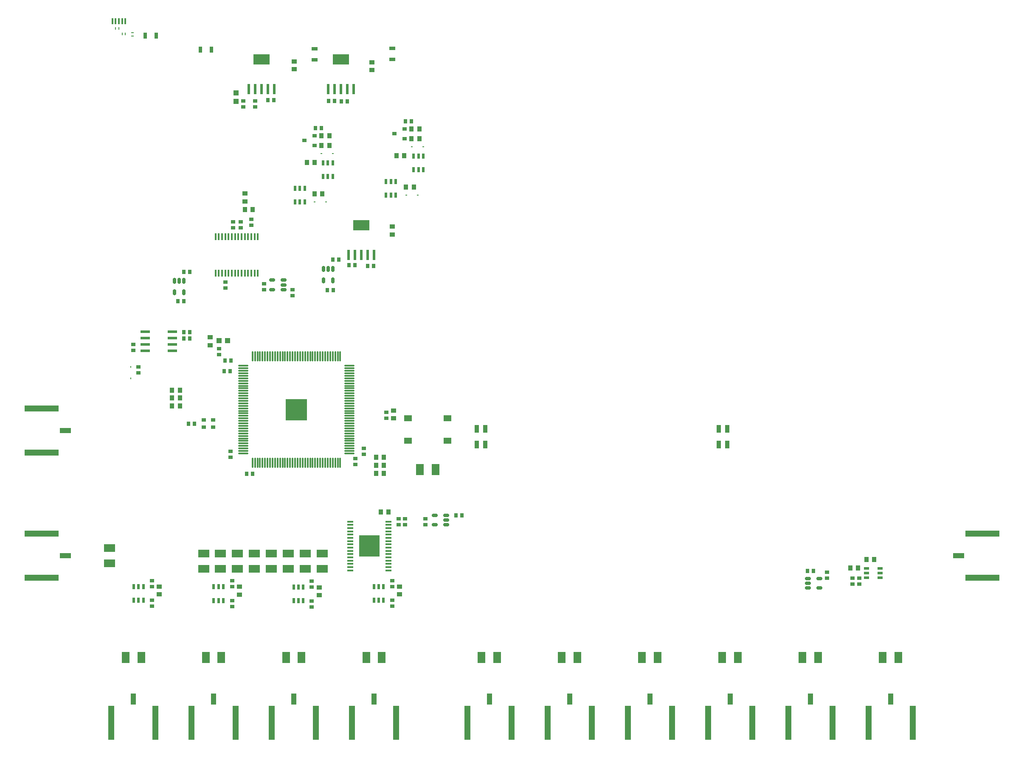
<source format=gtp>
G04 Layer_Color=8421504*
%FSTAX44Y44*%
%MOMM*%
G71*
G01*
G75*
%ADD10O,0.3000X2.1000*%
%ADD11O,2.1000X0.3000*%
%ADD12R,4.3000X4.3000*%
%ADD13R,0.4500X1.3000*%
%ADD14R,1.1860X6.8460*%
%ADD15R,1.1000X2.3000*%
%ADD16R,6.8460X1.1860*%
%ADD17R,2.3000X1.1000*%
%ADD18R,2.2000X1.5000*%
%ADD19R,1.5000X2.2000*%
%ADD22R,0.9144X0.7112*%
%ADD23R,0.6000X1.0500*%
%ADD25R,0.6000X2.1000*%
%ADD26R,3.2000X2.1000*%
%ADD27R,0.9000X1.5000*%
%ADD28R,1.0500X0.6000*%
%ADD29R,1.5500X1.3000*%
%ADD30R,1.0000X1.1000*%
%ADD31R,1.1000X1.0000*%
%ADD33R,0.9000X0.8000*%
%ADD35R,0.7112X0.9144*%
%ADD36R,0.5200X0.2800*%
%ADD37R,0.2800X0.5200*%
%ADD39R,0.9000X0.8000*%
%ADD40R,1.0000X0.9500*%
%ADD41R,0.9500X1.0000*%
%ADD42R,1.9050X0.6096*%
G04:AMPARAMS|DCode=43|XSize=1.2mm|YSize=0.6mm|CornerRadius=0.15mm|HoleSize=0mm|Usage=FLASHONLY|Rotation=0.000|XOffset=0mm|YOffset=0mm|HoleType=Round|Shape=RoundedRectangle|*
%AMROUNDEDRECTD43*
21,1,1.2000,0.3000,0,0,0.0*
21,1,0.9000,0.6000,0,0,0.0*
1,1,0.3000,0.4500,-0.1500*
1,1,0.3000,-0.4500,-0.1500*
1,1,0.3000,-0.4500,0.1500*
1,1,0.3000,0.4500,0.1500*
%
%ADD43ROUNDEDRECTD43*%
G04:AMPARAMS|DCode=44|XSize=1.2mm|YSize=0.6mm|CornerRadius=0.15mm|HoleSize=0mm|Usage=FLASHONLY|Rotation=270.000|XOffset=0mm|YOffset=0mm|HoleType=Round|Shape=RoundedRectangle|*
%AMROUNDEDRECTD44*
21,1,1.2000,0.3000,0,0,270.0*
21,1,0.9000,0.6000,0,0,270.0*
1,1,0.3000,-0.1500,-0.4500*
1,1,0.3000,-0.1500,0.4500*
1,1,0.3000,0.1500,0.4500*
1,1,0.3000,0.1500,-0.4500*
%
%ADD44ROUNDEDRECTD44*%
%ADD45R,0.3480X1.3970*%
%ADD46R,4.1100X4.3600*%
%ADD47R,1.2700X0.3048*%
%ADD86R,1.2000X0.7000*%
%ADD87R,0.7000X1.2000*%
%ADD88R,0.4000X0.2500*%
%ADD89R,0.2500X0.4000*%
D10*
X007115Y01022D02*
D03*
X007165D02*
D03*
X007215D02*
D03*
X007265D02*
D03*
X007315D02*
D03*
X007365D02*
D03*
X007415D02*
D03*
X007465D02*
D03*
X007515D02*
D03*
X007565D02*
D03*
X007615D02*
D03*
X007665D02*
D03*
X007715D02*
D03*
X007765D02*
D03*
X007815D02*
D03*
X007865D02*
D03*
X007915D02*
D03*
X007965D02*
D03*
X008015D02*
D03*
X008065D02*
D03*
X008115D02*
D03*
X008165D02*
D03*
X008215D02*
D03*
X008265D02*
D03*
X008315D02*
D03*
X008365D02*
D03*
X008415D02*
D03*
X008465D02*
D03*
X008515D02*
D03*
X008565D02*
D03*
X008615D02*
D03*
X008665D02*
D03*
X008715D02*
D03*
X008765D02*
D03*
X008815D02*
D03*
X008865D02*
D03*
Y0081D02*
D03*
X008815D02*
D03*
X008765D02*
D03*
X008715D02*
D03*
X008665D02*
D03*
X008615D02*
D03*
X008565D02*
D03*
X008515D02*
D03*
X008465D02*
D03*
X008415D02*
D03*
X008365D02*
D03*
X008315D02*
D03*
X008265D02*
D03*
X008215D02*
D03*
X008165D02*
D03*
X008115D02*
D03*
X008065D02*
D03*
X008015D02*
D03*
X007965D02*
D03*
X007915D02*
D03*
X007865D02*
D03*
X007815D02*
D03*
X007765D02*
D03*
X007715D02*
D03*
X007665D02*
D03*
X007615D02*
D03*
X007565D02*
D03*
X007515D02*
D03*
X007465D02*
D03*
X007415D02*
D03*
X007365D02*
D03*
X007315D02*
D03*
X007265D02*
D03*
X007215D02*
D03*
X007165D02*
D03*
X007115D02*
D03*
D11*
X00905Y010035D02*
D03*
Y009985D02*
D03*
Y009935D02*
D03*
Y009885D02*
D03*
Y009835D02*
D03*
Y009785D02*
D03*
Y009735D02*
D03*
Y009685D02*
D03*
Y009635D02*
D03*
Y009585D02*
D03*
Y009535D02*
D03*
Y009485D02*
D03*
Y009435D02*
D03*
Y009385D02*
D03*
Y009335D02*
D03*
Y009285D02*
D03*
Y009235D02*
D03*
Y009185D02*
D03*
Y009135D02*
D03*
Y009085D02*
D03*
Y009035D02*
D03*
Y008985D02*
D03*
Y008935D02*
D03*
Y008885D02*
D03*
Y008835D02*
D03*
Y008785D02*
D03*
Y008735D02*
D03*
Y008685D02*
D03*
Y008635D02*
D03*
Y008585D02*
D03*
Y008535D02*
D03*
Y008485D02*
D03*
Y008435D02*
D03*
Y008385D02*
D03*
Y008335D02*
D03*
Y008285D02*
D03*
X00693D02*
D03*
Y008335D02*
D03*
Y008385D02*
D03*
Y008435D02*
D03*
Y008485D02*
D03*
Y008535D02*
D03*
Y008585D02*
D03*
Y008635D02*
D03*
Y008685D02*
D03*
Y008735D02*
D03*
Y008785D02*
D03*
Y008835D02*
D03*
Y008885D02*
D03*
Y008935D02*
D03*
Y008985D02*
D03*
Y009035D02*
D03*
Y009085D02*
D03*
Y009135D02*
D03*
Y009185D02*
D03*
Y009235D02*
D03*
Y009285D02*
D03*
Y009335D02*
D03*
Y009385D02*
D03*
Y009435D02*
D03*
Y009485D02*
D03*
Y009535D02*
D03*
Y009585D02*
D03*
Y009635D02*
D03*
Y009685D02*
D03*
Y009735D02*
D03*
Y009785D02*
D03*
Y009835D02*
D03*
Y009885D02*
D03*
Y009935D02*
D03*
Y009985D02*
D03*
Y010035D02*
D03*
D12*
X00799Y00916D02*
D03*
D13*
X00458Y016915D02*
D03*
X00432D02*
D03*
X004515D02*
D03*
X00445D02*
D03*
X004385D02*
D03*
D14*
X0067807Y0029083D02*
D03*
X0058993Y00290831D02*
D03*
X0051807Y0029083D02*
D03*
X0042993Y00290831D02*
D03*
X0099807Y0029083D02*
D03*
X0090993Y00290831D02*
D03*
X0083807Y0029083D02*
D03*
X0074993Y00290831D02*
D03*
X0202807Y0029083D02*
D03*
X0193993Y00290831D02*
D03*
X0186807Y0029083D02*
D03*
X0177993Y00290831D02*
D03*
X0170807Y0029083D02*
D03*
X0161993Y00290831D02*
D03*
X0154807Y0029083D02*
D03*
X0145993Y00290831D02*
D03*
X0138807Y0029083D02*
D03*
X0129993Y00290831D02*
D03*
X0122807Y0029083D02*
D03*
X0113993Y00290831D02*
D03*
D15*
X00634Y0033811D02*
D03*
X00474D02*
D03*
X00954D02*
D03*
X00794D02*
D03*
X01984D02*
D03*
X01824D02*
D03*
X01664D02*
D03*
X01504D02*
D03*
X01344D02*
D03*
X01184D02*
D03*
D16*
X0029083Y0058043D02*
D03*
X00290831Y0066857D02*
D03*
X0216717D02*
D03*
X02167169Y0058043D02*
D03*
X0029083Y0083003D02*
D03*
X00290831Y0091817D02*
D03*
D17*
X0033811Y006245D02*
D03*
X0211989D02*
D03*
X0033811Y008741D02*
D03*
D18*
X008505Y0062875D02*
D03*
Y0059775D02*
D03*
X00816714Y0062875D02*
D03*
Y0059775D02*
D03*
X00782929Y0062875D02*
D03*
Y0059775D02*
D03*
X00749143Y0062875D02*
D03*
Y0059775D02*
D03*
X00715358Y0062875D02*
D03*
Y0059775D02*
D03*
X00681572Y0062875D02*
D03*
Y0059775D02*
D03*
X00647786Y0062875D02*
D03*
Y0059775D02*
D03*
X00614001Y0062875D02*
D03*
Y0059775D02*
D03*
X00426Y00609D02*
D03*
Y0064D02*
D03*
D19*
X010455Y007965D02*
D03*
X010765D02*
D03*
X009385Y00421D02*
D03*
X009695D02*
D03*
X007785D02*
D03*
X008095D02*
D03*
X006185D02*
D03*
X006495D02*
D03*
X004585D02*
D03*
X004895D02*
D03*
X0196825D02*
D03*
X0199925D02*
D03*
X0180825D02*
D03*
X0183925D02*
D03*
X0164825D02*
D03*
X0167925D02*
D03*
X01488249D02*
D03*
X01519249D02*
D03*
X01328249D02*
D03*
X01359249D02*
D03*
X01168249D02*
D03*
X01199249D02*
D03*
D22*
X0065725Y01170469D02*
D03*
Y01158531D02*
D03*
X00645Y01025531D02*
D03*
Y01037469D02*
D03*
X00668Y00821031D02*
D03*
Y00832969D02*
D03*
X0093375Y00826531D02*
D03*
Y00838469D02*
D03*
X0091625Y00806281D02*
D03*
Y00818219D02*
D03*
X009785Y00910969D02*
D03*
Y00899031D02*
D03*
X00484Y00989531D02*
D03*
Y01001469D02*
D03*
X004735Y01034031D02*
D03*
Y01045969D02*
D03*
X007165Y01519781D02*
D03*
Y01531719D02*
D03*
X00693Y01520031D02*
D03*
Y01531969D02*
D03*
X0190835Y00579469D02*
D03*
Y00567531D02*
D03*
X0192135Y00579469D02*
D03*
Y00567531D02*
D03*
X0185735Y00591469D02*
D03*
Y00579531D02*
D03*
X010565Y00697969D02*
D03*
Y00686031D02*
D03*
X007915Y01143531D02*
D03*
Y01155469D02*
D03*
X0073425Y01166969D02*
D03*
Y01155031D02*
D03*
X0101592Y00686031D02*
D03*
Y00697969D02*
D03*
X0100292Y00686031D02*
D03*
Y00697969D02*
D03*
X0051125Y00574719D02*
D03*
Y00562781D02*
D03*
Y00523281D02*
D03*
Y00535219D02*
D03*
X0067075Y00574219D02*
D03*
Y00562281D02*
D03*
Y00522781D02*
D03*
Y00534719D02*
D03*
X006725Y01279031D02*
D03*
Y01290969D02*
D03*
X0068825Y01279031D02*
D03*
Y01290969D02*
D03*
X008295Y00573469D02*
D03*
Y00561531D02*
D03*
Y00522281D02*
D03*
Y00534219D02*
D03*
X0070925Y01284031D02*
D03*
Y01295969D02*
D03*
X0099Y00574719D02*
D03*
Y00562781D02*
D03*
Y00523281D02*
D03*
Y00535219D02*
D03*
D23*
X0049375Y0056275D02*
D03*
X0048425D02*
D03*
X0047475D02*
D03*
Y0053525D02*
D03*
X0048425D02*
D03*
X0049375D02*
D03*
X0081275Y0056175D02*
D03*
X0080325D02*
D03*
X0079375D02*
D03*
Y0053425D02*
D03*
X0080325D02*
D03*
X0081275D02*
D03*
X009725Y0056275D02*
D03*
X00963D02*
D03*
X009535D02*
D03*
Y0053525D02*
D03*
X00963D02*
D03*
X009725D02*
D03*
X010425Y0139475D02*
D03*
X01052D02*
D03*
X01033D02*
D03*
Y0142225D02*
D03*
X01052D02*
D03*
X010425D02*
D03*
X009875Y0137125D02*
D03*
X00978D02*
D03*
X00997D02*
D03*
Y0134375D02*
D03*
X00978D02*
D03*
X009875D02*
D03*
X00862Y0138125D02*
D03*
X008715D02*
D03*
X008525D02*
D03*
Y0140875D02*
D03*
X008715D02*
D03*
X00862D02*
D03*
X007965Y0133025D02*
D03*
X00806D02*
D03*
X008155D02*
D03*
Y0135775D02*
D03*
X00806D02*
D03*
X007965D02*
D03*
X0065325Y0056225D02*
D03*
X0064375D02*
D03*
X0063425D02*
D03*
Y0053475D02*
D03*
X0064375D02*
D03*
X0065325D02*
D03*
D25*
X009031Y01224719D02*
D03*
X009158D02*
D03*
X009285D02*
D03*
X009412D02*
D03*
X009539D02*
D03*
X0086235Y015555D02*
D03*
X0087505D02*
D03*
X0088775D02*
D03*
X0090045D02*
D03*
X0091315D02*
D03*
X007042D02*
D03*
X007169D02*
D03*
X007296D02*
D03*
X007423D02*
D03*
X00755D02*
D03*
D26*
X009285Y01284219D02*
D03*
X0088775Y01615D02*
D03*
X007296D02*
D03*
D27*
X0117604Y008465D02*
D03*
X0115904D02*
D03*
X0117604Y008775D02*
D03*
X0115904D02*
D03*
X0165864Y008465D02*
D03*
X0164164D02*
D03*
X0165864Y008775D02*
D03*
X0164164D02*
D03*
D28*
X019356Y005895D02*
D03*
Y0058D02*
D03*
Y00599D02*
D03*
X019631D02*
D03*
Y0058D02*
D03*
Y005895D02*
D03*
D29*
X0102125Y00899D02*
D03*
Y00854D02*
D03*
X0110075Y00899D02*
D03*
Y00854D02*
D03*
D30*
X00679Y015315D02*
D03*
Y015485D02*
D03*
D31*
X00645Y01054D02*
D03*
X00662D02*
D03*
D33*
X0061475Y0088125D02*
D03*
Y0089575D02*
D03*
X0063325D02*
D03*
Y0088125D02*
D03*
D35*
X00657031Y01014D02*
D03*
X00668969D02*
D03*
X00655031Y00993D02*
D03*
X00666969D02*
D03*
X00699531Y00788D02*
D03*
X00711469D02*
D03*
X00595469Y00888D02*
D03*
X00583531D02*
D03*
X00586469Y01071D02*
D03*
X00574531D02*
D03*
X00586469Y01058D02*
D03*
X00574531D02*
D03*
X00754219Y01534D02*
D03*
X00742281D02*
D03*
X00837031Y01478D02*
D03*
X00848969D02*
D03*
X01829969Y00594D02*
D03*
X01818031D02*
D03*
X00863031Y0153225D02*
D03*
X00874969D02*
D03*
X00888531Y015315D02*
D03*
X00900469D02*
D03*
X010165Y014915D02*
D03*
X01028438D02*
D03*
X01129219Y00705D02*
D03*
X01117281D02*
D03*
X00883969Y0121525D02*
D03*
X00872031D02*
D03*
X00860531Y011545D02*
D03*
X00872469D02*
D03*
X00903781Y0120475D02*
D03*
X00915719D02*
D03*
X00953219Y0120275D02*
D03*
X00941281D02*
D03*
X00586719Y01191D02*
D03*
X00574781D02*
D03*
X00563031Y011325D02*
D03*
X00574969D02*
D03*
D36*
X00472Y0166825D02*
D03*
Y0166175D02*
D03*
D37*
X004515Y016655D02*
D03*
X00458D02*
D03*
X00445Y016765D02*
D03*
X004385D02*
D03*
D39*
X00815Y01453D02*
D03*
X00835Y014625D02*
D03*
Y014435D02*
D03*
X009945Y014665D02*
D03*
X010145Y01476D02*
D03*
Y01457D02*
D03*
D40*
X00993Y0089875D02*
D03*
Y0091425D02*
D03*
X00627Y0104475D02*
D03*
Y0106025D02*
D03*
X007945Y01611D02*
D03*
Y015955D02*
D03*
X0094975Y01609D02*
D03*
Y015935D02*
D03*
X0099Y0128125D02*
D03*
Y0126575D02*
D03*
X0052575Y0054725D02*
D03*
Y0056275D02*
D03*
X006855Y0054675D02*
D03*
Y0056225D02*
D03*
X0084425Y0054575D02*
D03*
Y0056125D02*
D03*
X006965Y0133175D02*
D03*
Y0134725D02*
D03*
X010045Y0054725D02*
D03*
Y0056275D02*
D03*
D41*
X0056679Y00955D02*
D03*
X0055129D02*
D03*
X0056679Y00923D02*
D03*
X0055129D02*
D03*
X0056679Y00939D02*
D03*
X0055129D02*
D03*
X0095804Y008045D02*
D03*
X0097354D02*
D03*
Y0082075D02*
D03*
X0095804D02*
D03*
Y0078825D02*
D03*
X0097354D02*
D03*
X0086475Y01463D02*
D03*
X0084925D02*
D03*
X0086475Y01443D02*
D03*
X0084925D02*
D03*
X0085075Y01347D02*
D03*
X0083525D02*
D03*
X0082025Y01409D02*
D03*
X0083575D02*
D03*
X019036Y005995D02*
D03*
X019191D02*
D03*
X0104425Y014765D02*
D03*
X0102875D02*
D03*
X0104425Y014565D02*
D03*
X0102875D02*
D03*
X0103325Y013605D02*
D03*
X0101775D02*
D03*
X019356Y006165D02*
D03*
X019511D02*
D03*
X0099875Y014225D02*
D03*
X0101425D02*
D03*
X00983Y0071125D02*
D03*
X009675D02*
D03*
X00712Y0131525D02*
D03*
X006965D02*
D03*
D42*
X00497449Y0107105D02*
D03*
Y0105835D02*
D03*
Y0104565D02*
D03*
Y0103295D02*
D03*
X00551551D02*
D03*
Y0104565D02*
D03*
Y0105835D02*
D03*
Y0107105D02*
D03*
D43*
X0184185Y00579D02*
D03*
Y0056D02*
D03*
X0181885D02*
D03*
Y005695D02*
D03*
Y00579D02*
D03*
X0107475Y00686D02*
D03*
Y00705D02*
D03*
X0109775D02*
D03*
Y006955D02*
D03*
Y00686D02*
D03*
X0075075Y011555D02*
D03*
Y011745D02*
D03*
X0077375D02*
D03*
Y01165D02*
D03*
Y011555D02*
D03*
D44*
X00872Y01174162D02*
D03*
X00853D02*
D03*
Y01197162D02*
D03*
X008625D02*
D03*
X00872D02*
D03*
X00574749Y01150162D02*
D03*
X00555749D02*
D03*
Y01173162D02*
D03*
X00565249D02*
D03*
X00574749D02*
D03*
D45*
X0072225Y0118831D02*
D03*
X0071575D02*
D03*
X0070925D02*
D03*
X0070275D02*
D03*
X0069625D02*
D03*
X0068975D02*
D03*
X0068325D02*
D03*
X0067675D02*
D03*
X0067025D02*
D03*
X0066375D02*
D03*
X0065725D02*
D03*
X0065075D02*
D03*
X0064425D02*
D03*
X0063775D02*
D03*
X0072225Y0126143D02*
D03*
X0071575D02*
D03*
X0070925D02*
D03*
X0070275D02*
D03*
X0069625D02*
D03*
X0068325D02*
D03*
X0068975D02*
D03*
X0067675D02*
D03*
X0067025D02*
D03*
X0066375D02*
D03*
X0065725D02*
D03*
X0065075D02*
D03*
X0064425D02*
D03*
X0063775D02*
D03*
D46*
X00944773Y00643749D02*
D03*
D47*
X00983Y006925D02*
D03*
Y00686D02*
D03*
Y006795D02*
D03*
Y00673D02*
D03*
Y006665D02*
D03*
Y0066D02*
D03*
Y006535D02*
D03*
Y00646999D02*
D03*
Y00640499D02*
D03*
Y00633999D02*
D03*
Y00627499D02*
D03*
Y00620999D02*
D03*
Y00614499D02*
D03*
Y00607999D02*
D03*
Y00601499D02*
D03*
Y00594999D02*
D03*
X00906546D02*
D03*
Y00601499D02*
D03*
Y00607999D02*
D03*
Y00614499D02*
D03*
Y00620999D02*
D03*
Y00627499D02*
D03*
Y00633999D02*
D03*
Y00640499D02*
D03*
Y00646999D02*
D03*
Y006535D02*
D03*
Y0066D02*
D03*
Y006665D02*
D03*
Y00673D02*
D03*
Y006795D02*
D03*
Y00686D02*
D03*
Y006925D02*
D03*
D86*
X0083525Y01614D02*
D03*
Y01636D02*
D03*
X0099Y0161525D02*
D03*
Y0163725D02*
D03*
D87*
X006075Y0163425D02*
D03*
X006295D02*
D03*
X004975Y016625D02*
D03*
X005195D02*
D03*
D88*
X0101807Y0134375D02*
D03*
X0104093D02*
D03*
X0105193Y014405D02*
D03*
X0102907D02*
D03*
X0083557Y0133025D02*
D03*
X0085843D02*
D03*
X0087143Y01427D02*
D03*
X0084857D02*
D03*
D89*
X004685Y0097857D02*
D03*
Y0100143D02*
D03*
M02*

</source>
